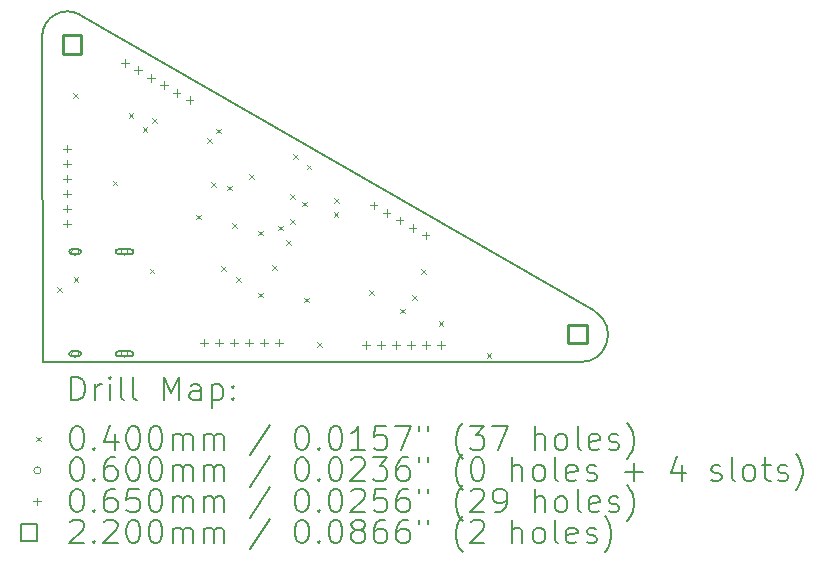
<source format=gbr>
%FSLAX45Y45*%
G04 Gerber Fmt 4.5, Leading zero omitted, Abs format (unit mm)*
G04 Created by KiCad (PCBNEW (6.0.2-0)) date 2023-03-22 17:56:47*
%MOMM*%
%LPD*%
G01*
G04 APERTURE LIST*
%TA.AperFunction,Profile*%
%ADD10C,0.200000*%
%TD*%
%ADD11C,0.200000*%
%ADD12C,0.040000*%
%ADD13C,0.060000*%
%ADD14C,0.065000*%
%ADD15C,0.220000*%
G04 APERTURE END LIST*
D10*
X4191000Y-7637000D02*
G75*
G03*
X3867000Y-7811000I-109872J-184067D01*
G01*
X3873050Y-10578000D02*
X3867000Y-7811000D01*
X8413000Y-10576000D02*
G75*
G03*
X8545000Y-10146000I12850J231316D01*
G01*
X3873050Y-10578000D02*
X8413000Y-10576000D01*
X4191000Y-7637000D02*
X8545000Y-10146000D01*
D11*
D12*
X3995000Y-9944000D02*
X4035000Y-9984000D01*
X4035000Y-9944000D02*
X3995000Y-9984000D01*
X4130000Y-8297000D02*
X4170000Y-8337000D01*
X4170000Y-8297000D02*
X4130000Y-8337000D01*
X4134000Y-9857000D02*
X4174000Y-9897000D01*
X4174000Y-9857000D02*
X4134000Y-9897000D01*
X4464000Y-9040000D02*
X4504000Y-9080000D01*
X4504000Y-9040000D02*
X4464000Y-9080000D01*
X4599000Y-8466000D02*
X4639000Y-8506000D01*
X4639000Y-8466000D02*
X4599000Y-8506000D01*
X4718000Y-8587000D02*
X4758000Y-8627000D01*
X4758000Y-8587000D02*
X4718000Y-8627000D01*
X4777000Y-9784000D02*
X4817000Y-9824000D01*
X4817000Y-9784000D02*
X4777000Y-9824000D01*
X4801000Y-8510000D02*
X4841000Y-8550000D01*
X4841000Y-8510000D02*
X4801000Y-8550000D01*
X5170000Y-9327000D02*
X5210000Y-9367000D01*
X5210000Y-9327000D02*
X5170000Y-9367000D01*
X5265000Y-8678000D02*
X5305000Y-8718000D01*
X5305000Y-8678000D02*
X5265000Y-8718000D01*
X5299000Y-9051000D02*
X5339000Y-9091000D01*
X5339000Y-9051000D02*
X5299000Y-9091000D01*
X5339000Y-8599000D02*
X5379000Y-8639000D01*
X5379000Y-8599000D02*
X5339000Y-8639000D01*
X5381000Y-9766000D02*
X5421000Y-9806000D01*
X5421000Y-9766000D02*
X5381000Y-9806000D01*
X5432000Y-9081000D02*
X5472000Y-9121000D01*
X5472000Y-9081000D02*
X5432000Y-9121000D01*
X5474000Y-9399000D02*
X5514000Y-9439000D01*
X5514000Y-9399000D02*
X5474000Y-9439000D01*
X5510000Y-9856000D02*
X5550000Y-9896000D01*
X5550000Y-9856000D02*
X5510000Y-9896000D01*
X5620000Y-8984000D02*
X5660000Y-9024000D01*
X5660000Y-8984000D02*
X5620000Y-9024000D01*
X5696000Y-9462000D02*
X5736000Y-9502000D01*
X5736000Y-9462000D02*
X5696000Y-9502000D01*
X5698000Y-9987000D02*
X5738000Y-10027000D01*
X5738000Y-9987000D02*
X5698000Y-10027000D01*
X5814000Y-9755000D02*
X5854000Y-9795000D01*
X5854000Y-9755000D02*
X5814000Y-9795000D01*
X5865000Y-9421000D02*
X5905000Y-9461000D01*
X5905000Y-9421000D02*
X5865000Y-9461000D01*
X5934000Y-9544000D02*
X5974000Y-9584000D01*
X5974000Y-9544000D02*
X5934000Y-9584000D01*
X5964000Y-9364000D02*
X6004000Y-9404000D01*
X6004000Y-9364000D02*
X5964000Y-9404000D01*
X5966000Y-9156000D02*
X6006000Y-9196000D01*
X6006000Y-9156000D02*
X5966000Y-9196000D01*
X5995000Y-8815000D02*
X6035000Y-8855000D01*
X6035000Y-8815000D02*
X5995000Y-8855000D01*
X6066000Y-9218000D02*
X6106000Y-9258000D01*
X6106000Y-9218000D02*
X6066000Y-9258000D01*
X6085000Y-10031000D02*
X6125000Y-10071000D01*
X6125000Y-10031000D02*
X6085000Y-10071000D01*
X6106000Y-8904000D02*
X6146000Y-8944000D01*
X6146000Y-8904000D02*
X6106000Y-8944000D01*
X6193000Y-10408000D02*
X6233000Y-10448000D01*
X6233000Y-10408000D02*
X6193000Y-10448000D01*
X6336000Y-9307000D02*
X6376000Y-9347000D01*
X6376000Y-9307000D02*
X6336000Y-9347000D01*
X6341000Y-9185000D02*
X6381000Y-9225000D01*
X6381000Y-9185000D02*
X6341000Y-9225000D01*
X6638000Y-9967000D02*
X6678000Y-10007000D01*
X6678000Y-9967000D02*
X6638000Y-10007000D01*
X6896000Y-10124000D02*
X6936000Y-10164000D01*
X6936000Y-10124000D02*
X6896000Y-10164000D01*
X6998000Y-10010000D02*
X7038000Y-10050000D01*
X7038000Y-10010000D02*
X6998000Y-10050000D01*
X7078000Y-9789000D02*
X7118000Y-9829000D01*
X7118000Y-9789000D02*
X7078000Y-9829000D01*
X7225000Y-10228000D02*
X7265000Y-10268000D01*
X7265000Y-10228000D02*
X7225000Y-10268000D01*
X7630000Y-10503000D02*
X7670000Y-10543000D01*
X7670000Y-10503000D02*
X7630000Y-10543000D01*
D13*
X4176500Y-9642000D02*
G75*
G03*
X4176500Y-9642000I-30000J0D01*
G01*
D11*
X4176500Y-9622000D02*
X4116500Y-9622000D01*
X4176500Y-9662000D02*
X4116500Y-9662000D01*
X4116500Y-9622000D02*
G75*
G03*
X4116500Y-9662000I0J-20000D01*
G01*
X4176500Y-9662000D02*
G75*
G03*
X4176500Y-9622000I0J20000D01*
G01*
D13*
X4176500Y-10506000D02*
G75*
G03*
X4176500Y-10506000I-30000J0D01*
G01*
D11*
X4176500Y-10486000D02*
X4116500Y-10486000D01*
X4176500Y-10526000D02*
X4116500Y-10526000D01*
X4116500Y-10486000D02*
G75*
G03*
X4116500Y-10526000I0J-20000D01*
G01*
X4176500Y-10526000D02*
G75*
G03*
X4176500Y-10486000I0J20000D01*
G01*
D13*
X4594500Y-9642000D02*
G75*
G03*
X4594500Y-9642000I-30000J0D01*
G01*
D11*
X4619500Y-9622000D02*
X4509500Y-9622000D01*
X4619500Y-9662000D02*
X4509500Y-9662000D01*
X4509500Y-9622000D02*
G75*
G03*
X4509500Y-9662000I0J-20000D01*
G01*
X4619500Y-9662000D02*
G75*
G03*
X4619500Y-9622000I0J20000D01*
G01*
D13*
X4594500Y-10506000D02*
G75*
G03*
X4594500Y-10506000I-30000J0D01*
G01*
D11*
X4619500Y-10486000D02*
X4509500Y-10486000D01*
X4619500Y-10526000D02*
X4509500Y-10526000D01*
X4509500Y-10486000D02*
G75*
G03*
X4509500Y-10526000I0J-20000D01*
G01*
X4619500Y-10526000D02*
G75*
G03*
X4619500Y-10486000I0J20000D01*
G01*
D14*
X4080000Y-8736000D02*
X4080000Y-8801000D01*
X4047500Y-8768500D02*
X4112500Y-8768500D01*
X4080000Y-8863000D02*
X4080000Y-8928000D01*
X4047500Y-8895500D02*
X4112500Y-8895500D01*
X4080000Y-8990000D02*
X4080000Y-9055000D01*
X4047500Y-9022500D02*
X4112500Y-9022500D01*
X4080000Y-9117000D02*
X4080000Y-9182000D01*
X4047500Y-9149500D02*
X4112500Y-9149500D01*
X4080000Y-9244000D02*
X4080000Y-9309000D01*
X4047500Y-9276500D02*
X4112500Y-9276500D01*
X4080000Y-9371000D02*
X4080000Y-9436000D01*
X4047500Y-9403500D02*
X4112500Y-9403500D01*
X4566037Y-8009750D02*
X4566037Y-8074750D01*
X4533537Y-8042250D02*
X4598537Y-8042250D01*
X4676022Y-8073250D02*
X4676022Y-8138250D01*
X4643522Y-8105750D02*
X4708522Y-8105750D01*
X4786007Y-8136750D02*
X4786007Y-8201750D01*
X4753507Y-8169250D02*
X4818507Y-8169250D01*
X4895993Y-8200250D02*
X4895993Y-8265250D01*
X4863493Y-8232750D02*
X4928493Y-8232750D01*
X5005978Y-8263750D02*
X5005978Y-8328750D01*
X4973478Y-8296250D02*
X5038478Y-8296250D01*
X5115963Y-8327250D02*
X5115963Y-8392250D01*
X5083463Y-8359750D02*
X5148463Y-8359750D01*
X5235500Y-10378500D02*
X5235500Y-10443500D01*
X5203000Y-10411000D02*
X5268000Y-10411000D01*
X5362500Y-10378500D02*
X5362500Y-10443500D01*
X5330000Y-10411000D02*
X5395000Y-10411000D01*
X5489500Y-10378500D02*
X5489500Y-10443500D01*
X5457000Y-10411000D02*
X5522000Y-10411000D01*
X5616500Y-10378500D02*
X5616500Y-10443500D01*
X5584000Y-10411000D02*
X5649000Y-10411000D01*
X5743500Y-10378500D02*
X5743500Y-10443500D01*
X5711000Y-10411000D02*
X5776000Y-10411000D01*
X5870500Y-10378500D02*
X5870500Y-10443500D01*
X5838000Y-10411000D02*
X5903000Y-10411000D01*
X6608500Y-10396500D02*
X6608500Y-10461500D01*
X6576000Y-10429000D02*
X6641000Y-10429000D01*
X6673000Y-9216500D02*
X6673000Y-9281500D01*
X6640500Y-9249000D02*
X6705500Y-9249000D01*
X6735500Y-10396500D02*
X6735500Y-10461500D01*
X6703000Y-10429000D02*
X6768000Y-10429000D01*
X6782985Y-9280000D02*
X6782985Y-9345000D01*
X6750485Y-9312500D02*
X6815485Y-9312500D01*
X6862500Y-10396500D02*
X6862500Y-10461500D01*
X6830000Y-10429000D02*
X6895000Y-10429000D01*
X6892970Y-9343500D02*
X6892970Y-9408500D01*
X6860470Y-9376000D02*
X6925470Y-9376000D01*
X6989500Y-10396500D02*
X6989500Y-10461500D01*
X6957000Y-10429000D02*
X7022000Y-10429000D01*
X7002956Y-9407000D02*
X7002956Y-9472000D01*
X6970456Y-9439500D02*
X7035456Y-9439500D01*
X7112941Y-9470500D02*
X7112941Y-9535500D01*
X7080441Y-9503000D02*
X7145441Y-9503000D01*
X7116500Y-10396500D02*
X7116500Y-10461500D01*
X7084000Y-10429000D02*
X7149000Y-10429000D01*
X7243500Y-10396500D02*
X7243500Y-10461500D01*
X7211000Y-10429000D02*
X7276000Y-10429000D01*
D15*
X4197783Y-7964782D02*
X4197783Y-7809217D01*
X4042217Y-7809217D01*
X4042217Y-7964782D01*
X4197783Y-7964782D01*
X8478783Y-10416783D02*
X8478783Y-10261218D01*
X8323217Y-10261218D01*
X8323217Y-10416783D01*
X8478783Y-10416783D01*
D11*
X4114619Y-10898476D02*
X4114619Y-10698476D01*
X4162238Y-10698476D01*
X4190809Y-10708000D01*
X4209857Y-10727048D01*
X4219381Y-10746095D01*
X4228905Y-10784190D01*
X4228905Y-10812762D01*
X4219381Y-10850857D01*
X4209857Y-10869905D01*
X4190809Y-10888952D01*
X4162238Y-10898476D01*
X4114619Y-10898476D01*
X4314619Y-10898476D02*
X4314619Y-10765143D01*
X4314619Y-10803238D02*
X4324143Y-10784190D01*
X4333667Y-10774667D01*
X4352714Y-10765143D01*
X4371762Y-10765143D01*
X4438429Y-10898476D02*
X4438429Y-10765143D01*
X4438429Y-10698476D02*
X4428905Y-10708000D01*
X4438429Y-10717524D01*
X4447952Y-10708000D01*
X4438429Y-10698476D01*
X4438429Y-10717524D01*
X4562238Y-10898476D02*
X4543190Y-10888952D01*
X4533667Y-10869905D01*
X4533667Y-10698476D01*
X4667000Y-10898476D02*
X4647952Y-10888952D01*
X4638429Y-10869905D01*
X4638429Y-10698476D01*
X4895571Y-10898476D02*
X4895571Y-10698476D01*
X4962238Y-10841333D01*
X5028905Y-10698476D01*
X5028905Y-10898476D01*
X5209857Y-10898476D02*
X5209857Y-10793714D01*
X5200333Y-10774667D01*
X5181286Y-10765143D01*
X5143190Y-10765143D01*
X5124143Y-10774667D01*
X5209857Y-10888952D02*
X5190810Y-10898476D01*
X5143190Y-10898476D01*
X5124143Y-10888952D01*
X5114619Y-10869905D01*
X5114619Y-10850857D01*
X5124143Y-10831810D01*
X5143190Y-10822286D01*
X5190810Y-10822286D01*
X5209857Y-10812762D01*
X5305095Y-10765143D02*
X5305095Y-10965143D01*
X5305095Y-10774667D02*
X5324143Y-10765143D01*
X5362238Y-10765143D01*
X5381286Y-10774667D01*
X5390810Y-10784190D01*
X5400333Y-10803238D01*
X5400333Y-10860381D01*
X5390810Y-10879429D01*
X5381286Y-10888952D01*
X5362238Y-10898476D01*
X5324143Y-10898476D01*
X5305095Y-10888952D01*
X5486048Y-10879429D02*
X5495571Y-10888952D01*
X5486048Y-10898476D01*
X5476524Y-10888952D01*
X5486048Y-10879429D01*
X5486048Y-10898476D01*
X5486048Y-10774667D02*
X5495571Y-10784190D01*
X5486048Y-10793714D01*
X5476524Y-10784190D01*
X5486048Y-10774667D01*
X5486048Y-10793714D01*
D12*
X3817000Y-11208000D02*
X3857000Y-11248000D01*
X3857000Y-11208000D02*
X3817000Y-11248000D01*
D11*
X4152714Y-11118476D02*
X4171762Y-11118476D01*
X4190809Y-11128000D01*
X4200333Y-11137524D01*
X4209857Y-11156571D01*
X4219381Y-11194667D01*
X4219381Y-11242286D01*
X4209857Y-11280381D01*
X4200333Y-11299428D01*
X4190809Y-11308952D01*
X4171762Y-11318476D01*
X4152714Y-11318476D01*
X4133667Y-11308952D01*
X4124143Y-11299428D01*
X4114619Y-11280381D01*
X4105095Y-11242286D01*
X4105095Y-11194667D01*
X4114619Y-11156571D01*
X4124143Y-11137524D01*
X4133667Y-11128000D01*
X4152714Y-11118476D01*
X4305095Y-11299428D02*
X4314619Y-11308952D01*
X4305095Y-11318476D01*
X4295571Y-11308952D01*
X4305095Y-11299428D01*
X4305095Y-11318476D01*
X4486048Y-11185143D02*
X4486048Y-11318476D01*
X4438429Y-11108952D02*
X4390810Y-11251809D01*
X4514619Y-11251809D01*
X4628905Y-11118476D02*
X4647952Y-11118476D01*
X4667000Y-11128000D01*
X4676524Y-11137524D01*
X4686048Y-11156571D01*
X4695571Y-11194667D01*
X4695571Y-11242286D01*
X4686048Y-11280381D01*
X4676524Y-11299428D01*
X4667000Y-11308952D01*
X4647952Y-11318476D01*
X4628905Y-11318476D01*
X4609857Y-11308952D01*
X4600333Y-11299428D01*
X4590810Y-11280381D01*
X4581286Y-11242286D01*
X4581286Y-11194667D01*
X4590810Y-11156571D01*
X4600333Y-11137524D01*
X4609857Y-11128000D01*
X4628905Y-11118476D01*
X4819381Y-11118476D02*
X4838429Y-11118476D01*
X4857476Y-11128000D01*
X4867000Y-11137524D01*
X4876524Y-11156571D01*
X4886048Y-11194667D01*
X4886048Y-11242286D01*
X4876524Y-11280381D01*
X4867000Y-11299428D01*
X4857476Y-11308952D01*
X4838429Y-11318476D01*
X4819381Y-11318476D01*
X4800333Y-11308952D01*
X4790810Y-11299428D01*
X4781286Y-11280381D01*
X4771762Y-11242286D01*
X4771762Y-11194667D01*
X4781286Y-11156571D01*
X4790810Y-11137524D01*
X4800333Y-11128000D01*
X4819381Y-11118476D01*
X4971762Y-11318476D02*
X4971762Y-11185143D01*
X4971762Y-11204190D02*
X4981286Y-11194667D01*
X5000333Y-11185143D01*
X5028905Y-11185143D01*
X5047952Y-11194667D01*
X5057476Y-11213714D01*
X5057476Y-11318476D01*
X5057476Y-11213714D02*
X5067000Y-11194667D01*
X5086048Y-11185143D01*
X5114619Y-11185143D01*
X5133667Y-11194667D01*
X5143190Y-11213714D01*
X5143190Y-11318476D01*
X5238429Y-11318476D02*
X5238429Y-11185143D01*
X5238429Y-11204190D02*
X5247952Y-11194667D01*
X5267000Y-11185143D01*
X5295571Y-11185143D01*
X5314619Y-11194667D01*
X5324143Y-11213714D01*
X5324143Y-11318476D01*
X5324143Y-11213714D02*
X5333667Y-11194667D01*
X5352714Y-11185143D01*
X5381286Y-11185143D01*
X5400333Y-11194667D01*
X5409857Y-11213714D01*
X5409857Y-11318476D01*
X5800333Y-11108952D02*
X5628905Y-11366095D01*
X6057476Y-11118476D02*
X6076524Y-11118476D01*
X6095571Y-11128000D01*
X6105095Y-11137524D01*
X6114619Y-11156571D01*
X6124143Y-11194667D01*
X6124143Y-11242286D01*
X6114619Y-11280381D01*
X6105095Y-11299428D01*
X6095571Y-11308952D01*
X6076524Y-11318476D01*
X6057476Y-11318476D01*
X6038428Y-11308952D01*
X6028905Y-11299428D01*
X6019381Y-11280381D01*
X6009857Y-11242286D01*
X6009857Y-11194667D01*
X6019381Y-11156571D01*
X6028905Y-11137524D01*
X6038428Y-11128000D01*
X6057476Y-11118476D01*
X6209857Y-11299428D02*
X6219381Y-11308952D01*
X6209857Y-11318476D01*
X6200333Y-11308952D01*
X6209857Y-11299428D01*
X6209857Y-11318476D01*
X6343190Y-11118476D02*
X6362238Y-11118476D01*
X6381286Y-11128000D01*
X6390809Y-11137524D01*
X6400333Y-11156571D01*
X6409857Y-11194667D01*
X6409857Y-11242286D01*
X6400333Y-11280381D01*
X6390809Y-11299428D01*
X6381286Y-11308952D01*
X6362238Y-11318476D01*
X6343190Y-11318476D01*
X6324143Y-11308952D01*
X6314619Y-11299428D01*
X6305095Y-11280381D01*
X6295571Y-11242286D01*
X6295571Y-11194667D01*
X6305095Y-11156571D01*
X6314619Y-11137524D01*
X6324143Y-11128000D01*
X6343190Y-11118476D01*
X6600333Y-11318476D02*
X6486048Y-11318476D01*
X6543190Y-11318476D02*
X6543190Y-11118476D01*
X6524143Y-11147048D01*
X6505095Y-11166095D01*
X6486048Y-11175619D01*
X6781286Y-11118476D02*
X6686048Y-11118476D01*
X6676524Y-11213714D01*
X6686048Y-11204190D01*
X6705095Y-11194667D01*
X6752714Y-11194667D01*
X6771762Y-11204190D01*
X6781286Y-11213714D01*
X6790809Y-11232762D01*
X6790809Y-11280381D01*
X6781286Y-11299428D01*
X6771762Y-11308952D01*
X6752714Y-11318476D01*
X6705095Y-11318476D01*
X6686048Y-11308952D01*
X6676524Y-11299428D01*
X6857476Y-11118476D02*
X6990809Y-11118476D01*
X6905095Y-11318476D01*
X7057476Y-11118476D02*
X7057476Y-11156571D01*
X7133667Y-11118476D02*
X7133667Y-11156571D01*
X7428905Y-11394667D02*
X7419381Y-11385143D01*
X7400333Y-11356571D01*
X7390809Y-11337524D01*
X7381286Y-11308952D01*
X7371762Y-11261333D01*
X7371762Y-11223238D01*
X7381286Y-11175619D01*
X7390809Y-11147048D01*
X7400333Y-11128000D01*
X7419381Y-11099429D01*
X7428905Y-11089905D01*
X7486048Y-11118476D02*
X7609857Y-11118476D01*
X7543190Y-11194667D01*
X7571762Y-11194667D01*
X7590809Y-11204190D01*
X7600333Y-11213714D01*
X7609857Y-11232762D01*
X7609857Y-11280381D01*
X7600333Y-11299428D01*
X7590809Y-11308952D01*
X7571762Y-11318476D01*
X7514619Y-11318476D01*
X7495571Y-11308952D01*
X7486048Y-11299428D01*
X7676524Y-11118476D02*
X7809857Y-11118476D01*
X7724143Y-11318476D01*
X8038428Y-11318476D02*
X8038428Y-11118476D01*
X8124143Y-11318476D02*
X8124143Y-11213714D01*
X8114619Y-11194667D01*
X8095571Y-11185143D01*
X8067000Y-11185143D01*
X8047952Y-11194667D01*
X8038428Y-11204190D01*
X8247952Y-11318476D02*
X8228905Y-11308952D01*
X8219381Y-11299428D01*
X8209857Y-11280381D01*
X8209857Y-11223238D01*
X8219381Y-11204190D01*
X8228905Y-11194667D01*
X8247952Y-11185143D01*
X8276524Y-11185143D01*
X8295571Y-11194667D01*
X8305095Y-11204190D01*
X8314619Y-11223238D01*
X8314619Y-11280381D01*
X8305095Y-11299428D01*
X8295571Y-11308952D01*
X8276524Y-11318476D01*
X8247952Y-11318476D01*
X8428905Y-11318476D02*
X8409857Y-11308952D01*
X8400333Y-11289905D01*
X8400333Y-11118476D01*
X8581286Y-11308952D02*
X8562238Y-11318476D01*
X8524143Y-11318476D01*
X8505095Y-11308952D01*
X8495571Y-11289905D01*
X8495571Y-11213714D01*
X8505095Y-11194667D01*
X8524143Y-11185143D01*
X8562238Y-11185143D01*
X8581286Y-11194667D01*
X8590810Y-11213714D01*
X8590810Y-11232762D01*
X8495571Y-11251809D01*
X8667000Y-11308952D02*
X8686048Y-11318476D01*
X8724143Y-11318476D01*
X8743190Y-11308952D01*
X8752714Y-11289905D01*
X8752714Y-11280381D01*
X8743190Y-11261333D01*
X8724143Y-11251809D01*
X8695571Y-11251809D01*
X8676524Y-11242286D01*
X8667000Y-11223238D01*
X8667000Y-11213714D01*
X8676524Y-11194667D01*
X8695571Y-11185143D01*
X8724143Y-11185143D01*
X8743190Y-11194667D01*
X8819381Y-11394667D02*
X8828905Y-11385143D01*
X8847952Y-11356571D01*
X8857476Y-11337524D01*
X8867000Y-11308952D01*
X8876524Y-11261333D01*
X8876524Y-11223238D01*
X8867000Y-11175619D01*
X8857476Y-11147048D01*
X8847952Y-11128000D01*
X8828905Y-11099429D01*
X8819381Y-11089905D01*
D13*
X3857000Y-11492000D02*
G75*
G03*
X3857000Y-11492000I-30000J0D01*
G01*
D11*
X4152714Y-11382476D02*
X4171762Y-11382476D01*
X4190809Y-11392000D01*
X4200333Y-11401524D01*
X4209857Y-11420571D01*
X4219381Y-11458667D01*
X4219381Y-11506286D01*
X4209857Y-11544381D01*
X4200333Y-11563428D01*
X4190809Y-11572952D01*
X4171762Y-11582476D01*
X4152714Y-11582476D01*
X4133667Y-11572952D01*
X4124143Y-11563428D01*
X4114619Y-11544381D01*
X4105095Y-11506286D01*
X4105095Y-11458667D01*
X4114619Y-11420571D01*
X4124143Y-11401524D01*
X4133667Y-11392000D01*
X4152714Y-11382476D01*
X4305095Y-11563428D02*
X4314619Y-11572952D01*
X4305095Y-11582476D01*
X4295571Y-11572952D01*
X4305095Y-11563428D01*
X4305095Y-11582476D01*
X4486048Y-11382476D02*
X4447952Y-11382476D01*
X4428905Y-11392000D01*
X4419381Y-11401524D01*
X4400333Y-11430095D01*
X4390810Y-11468190D01*
X4390810Y-11544381D01*
X4400333Y-11563428D01*
X4409857Y-11572952D01*
X4428905Y-11582476D01*
X4467000Y-11582476D01*
X4486048Y-11572952D01*
X4495571Y-11563428D01*
X4505095Y-11544381D01*
X4505095Y-11496762D01*
X4495571Y-11477714D01*
X4486048Y-11468190D01*
X4467000Y-11458667D01*
X4428905Y-11458667D01*
X4409857Y-11468190D01*
X4400333Y-11477714D01*
X4390810Y-11496762D01*
X4628905Y-11382476D02*
X4647952Y-11382476D01*
X4667000Y-11392000D01*
X4676524Y-11401524D01*
X4686048Y-11420571D01*
X4695571Y-11458667D01*
X4695571Y-11506286D01*
X4686048Y-11544381D01*
X4676524Y-11563428D01*
X4667000Y-11572952D01*
X4647952Y-11582476D01*
X4628905Y-11582476D01*
X4609857Y-11572952D01*
X4600333Y-11563428D01*
X4590810Y-11544381D01*
X4581286Y-11506286D01*
X4581286Y-11458667D01*
X4590810Y-11420571D01*
X4600333Y-11401524D01*
X4609857Y-11392000D01*
X4628905Y-11382476D01*
X4819381Y-11382476D02*
X4838429Y-11382476D01*
X4857476Y-11392000D01*
X4867000Y-11401524D01*
X4876524Y-11420571D01*
X4886048Y-11458667D01*
X4886048Y-11506286D01*
X4876524Y-11544381D01*
X4867000Y-11563428D01*
X4857476Y-11572952D01*
X4838429Y-11582476D01*
X4819381Y-11582476D01*
X4800333Y-11572952D01*
X4790810Y-11563428D01*
X4781286Y-11544381D01*
X4771762Y-11506286D01*
X4771762Y-11458667D01*
X4781286Y-11420571D01*
X4790810Y-11401524D01*
X4800333Y-11392000D01*
X4819381Y-11382476D01*
X4971762Y-11582476D02*
X4971762Y-11449143D01*
X4971762Y-11468190D02*
X4981286Y-11458667D01*
X5000333Y-11449143D01*
X5028905Y-11449143D01*
X5047952Y-11458667D01*
X5057476Y-11477714D01*
X5057476Y-11582476D01*
X5057476Y-11477714D02*
X5067000Y-11458667D01*
X5086048Y-11449143D01*
X5114619Y-11449143D01*
X5133667Y-11458667D01*
X5143190Y-11477714D01*
X5143190Y-11582476D01*
X5238429Y-11582476D02*
X5238429Y-11449143D01*
X5238429Y-11468190D02*
X5247952Y-11458667D01*
X5267000Y-11449143D01*
X5295571Y-11449143D01*
X5314619Y-11458667D01*
X5324143Y-11477714D01*
X5324143Y-11582476D01*
X5324143Y-11477714D02*
X5333667Y-11458667D01*
X5352714Y-11449143D01*
X5381286Y-11449143D01*
X5400333Y-11458667D01*
X5409857Y-11477714D01*
X5409857Y-11582476D01*
X5800333Y-11372952D02*
X5628905Y-11630095D01*
X6057476Y-11382476D02*
X6076524Y-11382476D01*
X6095571Y-11392000D01*
X6105095Y-11401524D01*
X6114619Y-11420571D01*
X6124143Y-11458667D01*
X6124143Y-11506286D01*
X6114619Y-11544381D01*
X6105095Y-11563428D01*
X6095571Y-11572952D01*
X6076524Y-11582476D01*
X6057476Y-11582476D01*
X6038428Y-11572952D01*
X6028905Y-11563428D01*
X6019381Y-11544381D01*
X6009857Y-11506286D01*
X6009857Y-11458667D01*
X6019381Y-11420571D01*
X6028905Y-11401524D01*
X6038428Y-11392000D01*
X6057476Y-11382476D01*
X6209857Y-11563428D02*
X6219381Y-11572952D01*
X6209857Y-11582476D01*
X6200333Y-11572952D01*
X6209857Y-11563428D01*
X6209857Y-11582476D01*
X6343190Y-11382476D02*
X6362238Y-11382476D01*
X6381286Y-11392000D01*
X6390809Y-11401524D01*
X6400333Y-11420571D01*
X6409857Y-11458667D01*
X6409857Y-11506286D01*
X6400333Y-11544381D01*
X6390809Y-11563428D01*
X6381286Y-11572952D01*
X6362238Y-11582476D01*
X6343190Y-11582476D01*
X6324143Y-11572952D01*
X6314619Y-11563428D01*
X6305095Y-11544381D01*
X6295571Y-11506286D01*
X6295571Y-11458667D01*
X6305095Y-11420571D01*
X6314619Y-11401524D01*
X6324143Y-11392000D01*
X6343190Y-11382476D01*
X6486048Y-11401524D02*
X6495571Y-11392000D01*
X6514619Y-11382476D01*
X6562238Y-11382476D01*
X6581286Y-11392000D01*
X6590809Y-11401524D01*
X6600333Y-11420571D01*
X6600333Y-11439619D01*
X6590809Y-11468190D01*
X6476524Y-11582476D01*
X6600333Y-11582476D01*
X6667000Y-11382476D02*
X6790809Y-11382476D01*
X6724143Y-11458667D01*
X6752714Y-11458667D01*
X6771762Y-11468190D01*
X6781286Y-11477714D01*
X6790809Y-11496762D01*
X6790809Y-11544381D01*
X6781286Y-11563428D01*
X6771762Y-11572952D01*
X6752714Y-11582476D01*
X6695571Y-11582476D01*
X6676524Y-11572952D01*
X6667000Y-11563428D01*
X6962238Y-11382476D02*
X6924143Y-11382476D01*
X6905095Y-11392000D01*
X6895571Y-11401524D01*
X6876524Y-11430095D01*
X6867000Y-11468190D01*
X6867000Y-11544381D01*
X6876524Y-11563428D01*
X6886048Y-11572952D01*
X6905095Y-11582476D01*
X6943190Y-11582476D01*
X6962238Y-11572952D01*
X6971762Y-11563428D01*
X6981286Y-11544381D01*
X6981286Y-11496762D01*
X6971762Y-11477714D01*
X6962238Y-11468190D01*
X6943190Y-11458667D01*
X6905095Y-11458667D01*
X6886048Y-11468190D01*
X6876524Y-11477714D01*
X6867000Y-11496762D01*
X7057476Y-11382476D02*
X7057476Y-11420571D01*
X7133667Y-11382476D02*
X7133667Y-11420571D01*
X7428905Y-11658667D02*
X7419381Y-11649143D01*
X7400333Y-11620571D01*
X7390809Y-11601524D01*
X7381286Y-11572952D01*
X7371762Y-11525333D01*
X7371762Y-11487238D01*
X7381286Y-11439619D01*
X7390809Y-11411048D01*
X7400333Y-11392000D01*
X7419381Y-11363428D01*
X7428905Y-11353905D01*
X7543190Y-11382476D02*
X7562238Y-11382476D01*
X7581286Y-11392000D01*
X7590809Y-11401524D01*
X7600333Y-11420571D01*
X7609857Y-11458667D01*
X7609857Y-11506286D01*
X7600333Y-11544381D01*
X7590809Y-11563428D01*
X7581286Y-11572952D01*
X7562238Y-11582476D01*
X7543190Y-11582476D01*
X7524143Y-11572952D01*
X7514619Y-11563428D01*
X7505095Y-11544381D01*
X7495571Y-11506286D01*
X7495571Y-11458667D01*
X7505095Y-11420571D01*
X7514619Y-11401524D01*
X7524143Y-11392000D01*
X7543190Y-11382476D01*
X7847952Y-11582476D02*
X7847952Y-11382476D01*
X7933667Y-11582476D02*
X7933667Y-11477714D01*
X7924143Y-11458667D01*
X7905095Y-11449143D01*
X7876524Y-11449143D01*
X7857476Y-11458667D01*
X7847952Y-11468190D01*
X8057476Y-11582476D02*
X8038428Y-11572952D01*
X8028905Y-11563428D01*
X8019381Y-11544381D01*
X8019381Y-11487238D01*
X8028905Y-11468190D01*
X8038428Y-11458667D01*
X8057476Y-11449143D01*
X8086048Y-11449143D01*
X8105095Y-11458667D01*
X8114619Y-11468190D01*
X8124143Y-11487238D01*
X8124143Y-11544381D01*
X8114619Y-11563428D01*
X8105095Y-11572952D01*
X8086048Y-11582476D01*
X8057476Y-11582476D01*
X8238428Y-11582476D02*
X8219381Y-11572952D01*
X8209857Y-11553905D01*
X8209857Y-11382476D01*
X8390810Y-11572952D02*
X8371762Y-11582476D01*
X8333667Y-11582476D01*
X8314619Y-11572952D01*
X8305095Y-11553905D01*
X8305095Y-11477714D01*
X8314619Y-11458667D01*
X8333667Y-11449143D01*
X8371762Y-11449143D01*
X8390810Y-11458667D01*
X8400333Y-11477714D01*
X8400333Y-11496762D01*
X8305095Y-11515809D01*
X8476524Y-11572952D02*
X8495571Y-11582476D01*
X8533667Y-11582476D01*
X8552714Y-11572952D01*
X8562238Y-11553905D01*
X8562238Y-11544381D01*
X8552714Y-11525333D01*
X8533667Y-11515809D01*
X8505095Y-11515809D01*
X8486048Y-11506286D01*
X8476524Y-11487238D01*
X8476524Y-11477714D01*
X8486048Y-11458667D01*
X8505095Y-11449143D01*
X8533667Y-11449143D01*
X8552714Y-11458667D01*
X8800333Y-11506286D02*
X8952714Y-11506286D01*
X8876524Y-11582476D02*
X8876524Y-11430095D01*
X9286048Y-11449143D02*
X9286048Y-11582476D01*
X9238429Y-11372952D02*
X9190810Y-11515809D01*
X9314619Y-11515809D01*
X9533667Y-11572952D02*
X9552714Y-11582476D01*
X9590810Y-11582476D01*
X9609857Y-11572952D01*
X9619381Y-11553905D01*
X9619381Y-11544381D01*
X9609857Y-11525333D01*
X9590810Y-11515809D01*
X9562238Y-11515809D01*
X9543190Y-11506286D01*
X9533667Y-11487238D01*
X9533667Y-11477714D01*
X9543190Y-11458667D01*
X9562238Y-11449143D01*
X9590810Y-11449143D01*
X9609857Y-11458667D01*
X9733667Y-11582476D02*
X9714619Y-11572952D01*
X9705095Y-11553905D01*
X9705095Y-11382476D01*
X9838429Y-11582476D02*
X9819381Y-11572952D01*
X9809857Y-11563428D01*
X9800333Y-11544381D01*
X9800333Y-11487238D01*
X9809857Y-11468190D01*
X9819381Y-11458667D01*
X9838429Y-11449143D01*
X9867000Y-11449143D01*
X9886048Y-11458667D01*
X9895571Y-11468190D01*
X9905095Y-11487238D01*
X9905095Y-11544381D01*
X9895571Y-11563428D01*
X9886048Y-11572952D01*
X9867000Y-11582476D01*
X9838429Y-11582476D01*
X9962238Y-11449143D02*
X10038429Y-11449143D01*
X9990810Y-11382476D02*
X9990810Y-11553905D01*
X10000333Y-11572952D01*
X10019381Y-11582476D01*
X10038429Y-11582476D01*
X10095571Y-11572952D02*
X10114619Y-11582476D01*
X10152714Y-11582476D01*
X10171762Y-11572952D01*
X10181286Y-11553905D01*
X10181286Y-11544381D01*
X10171762Y-11525333D01*
X10152714Y-11515809D01*
X10124143Y-11515809D01*
X10105095Y-11506286D01*
X10095571Y-11487238D01*
X10095571Y-11477714D01*
X10105095Y-11458667D01*
X10124143Y-11449143D01*
X10152714Y-11449143D01*
X10171762Y-11458667D01*
X10247952Y-11658667D02*
X10257476Y-11649143D01*
X10276524Y-11620571D01*
X10286048Y-11601524D01*
X10295571Y-11572952D01*
X10305095Y-11525333D01*
X10305095Y-11487238D01*
X10295571Y-11439619D01*
X10286048Y-11411048D01*
X10276524Y-11392000D01*
X10257476Y-11363428D01*
X10247952Y-11353905D01*
D14*
X3824500Y-11723500D02*
X3824500Y-11788500D01*
X3792000Y-11756000D02*
X3857000Y-11756000D01*
D11*
X4152714Y-11646476D02*
X4171762Y-11646476D01*
X4190809Y-11656000D01*
X4200333Y-11665524D01*
X4209857Y-11684571D01*
X4219381Y-11722667D01*
X4219381Y-11770286D01*
X4209857Y-11808381D01*
X4200333Y-11827428D01*
X4190809Y-11836952D01*
X4171762Y-11846476D01*
X4152714Y-11846476D01*
X4133667Y-11836952D01*
X4124143Y-11827428D01*
X4114619Y-11808381D01*
X4105095Y-11770286D01*
X4105095Y-11722667D01*
X4114619Y-11684571D01*
X4124143Y-11665524D01*
X4133667Y-11656000D01*
X4152714Y-11646476D01*
X4305095Y-11827428D02*
X4314619Y-11836952D01*
X4305095Y-11846476D01*
X4295571Y-11836952D01*
X4305095Y-11827428D01*
X4305095Y-11846476D01*
X4486048Y-11646476D02*
X4447952Y-11646476D01*
X4428905Y-11656000D01*
X4419381Y-11665524D01*
X4400333Y-11694095D01*
X4390810Y-11732190D01*
X4390810Y-11808381D01*
X4400333Y-11827428D01*
X4409857Y-11836952D01*
X4428905Y-11846476D01*
X4467000Y-11846476D01*
X4486048Y-11836952D01*
X4495571Y-11827428D01*
X4505095Y-11808381D01*
X4505095Y-11760762D01*
X4495571Y-11741714D01*
X4486048Y-11732190D01*
X4467000Y-11722667D01*
X4428905Y-11722667D01*
X4409857Y-11732190D01*
X4400333Y-11741714D01*
X4390810Y-11760762D01*
X4686048Y-11646476D02*
X4590810Y-11646476D01*
X4581286Y-11741714D01*
X4590810Y-11732190D01*
X4609857Y-11722667D01*
X4657476Y-11722667D01*
X4676524Y-11732190D01*
X4686048Y-11741714D01*
X4695571Y-11760762D01*
X4695571Y-11808381D01*
X4686048Y-11827428D01*
X4676524Y-11836952D01*
X4657476Y-11846476D01*
X4609857Y-11846476D01*
X4590810Y-11836952D01*
X4581286Y-11827428D01*
X4819381Y-11646476D02*
X4838429Y-11646476D01*
X4857476Y-11656000D01*
X4867000Y-11665524D01*
X4876524Y-11684571D01*
X4886048Y-11722667D01*
X4886048Y-11770286D01*
X4876524Y-11808381D01*
X4867000Y-11827428D01*
X4857476Y-11836952D01*
X4838429Y-11846476D01*
X4819381Y-11846476D01*
X4800333Y-11836952D01*
X4790810Y-11827428D01*
X4781286Y-11808381D01*
X4771762Y-11770286D01*
X4771762Y-11722667D01*
X4781286Y-11684571D01*
X4790810Y-11665524D01*
X4800333Y-11656000D01*
X4819381Y-11646476D01*
X4971762Y-11846476D02*
X4971762Y-11713143D01*
X4971762Y-11732190D02*
X4981286Y-11722667D01*
X5000333Y-11713143D01*
X5028905Y-11713143D01*
X5047952Y-11722667D01*
X5057476Y-11741714D01*
X5057476Y-11846476D01*
X5057476Y-11741714D02*
X5067000Y-11722667D01*
X5086048Y-11713143D01*
X5114619Y-11713143D01*
X5133667Y-11722667D01*
X5143190Y-11741714D01*
X5143190Y-11846476D01*
X5238429Y-11846476D02*
X5238429Y-11713143D01*
X5238429Y-11732190D02*
X5247952Y-11722667D01*
X5267000Y-11713143D01*
X5295571Y-11713143D01*
X5314619Y-11722667D01*
X5324143Y-11741714D01*
X5324143Y-11846476D01*
X5324143Y-11741714D02*
X5333667Y-11722667D01*
X5352714Y-11713143D01*
X5381286Y-11713143D01*
X5400333Y-11722667D01*
X5409857Y-11741714D01*
X5409857Y-11846476D01*
X5800333Y-11636952D02*
X5628905Y-11894095D01*
X6057476Y-11646476D02*
X6076524Y-11646476D01*
X6095571Y-11656000D01*
X6105095Y-11665524D01*
X6114619Y-11684571D01*
X6124143Y-11722667D01*
X6124143Y-11770286D01*
X6114619Y-11808381D01*
X6105095Y-11827428D01*
X6095571Y-11836952D01*
X6076524Y-11846476D01*
X6057476Y-11846476D01*
X6038428Y-11836952D01*
X6028905Y-11827428D01*
X6019381Y-11808381D01*
X6009857Y-11770286D01*
X6009857Y-11722667D01*
X6019381Y-11684571D01*
X6028905Y-11665524D01*
X6038428Y-11656000D01*
X6057476Y-11646476D01*
X6209857Y-11827428D02*
X6219381Y-11836952D01*
X6209857Y-11846476D01*
X6200333Y-11836952D01*
X6209857Y-11827428D01*
X6209857Y-11846476D01*
X6343190Y-11646476D02*
X6362238Y-11646476D01*
X6381286Y-11656000D01*
X6390809Y-11665524D01*
X6400333Y-11684571D01*
X6409857Y-11722667D01*
X6409857Y-11770286D01*
X6400333Y-11808381D01*
X6390809Y-11827428D01*
X6381286Y-11836952D01*
X6362238Y-11846476D01*
X6343190Y-11846476D01*
X6324143Y-11836952D01*
X6314619Y-11827428D01*
X6305095Y-11808381D01*
X6295571Y-11770286D01*
X6295571Y-11722667D01*
X6305095Y-11684571D01*
X6314619Y-11665524D01*
X6324143Y-11656000D01*
X6343190Y-11646476D01*
X6486048Y-11665524D02*
X6495571Y-11656000D01*
X6514619Y-11646476D01*
X6562238Y-11646476D01*
X6581286Y-11656000D01*
X6590809Y-11665524D01*
X6600333Y-11684571D01*
X6600333Y-11703619D01*
X6590809Y-11732190D01*
X6476524Y-11846476D01*
X6600333Y-11846476D01*
X6781286Y-11646476D02*
X6686048Y-11646476D01*
X6676524Y-11741714D01*
X6686048Y-11732190D01*
X6705095Y-11722667D01*
X6752714Y-11722667D01*
X6771762Y-11732190D01*
X6781286Y-11741714D01*
X6790809Y-11760762D01*
X6790809Y-11808381D01*
X6781286Y-11827428D01*
X6771762Y-11836952D01*
X6752714Y-11846476D01*
X6705095Y-11846476D01*
X6686048Y-11836952D01*
X6676524Y-11827428D01*
X6962238Y-11646476D02*
X6924143Y-11646476D01*
X6905095Y-11656000D01*
X6895571Y-11665524D01*
X6876524Y-11694095D01*
X6867000Y-11732190D01*
X6867000Y-11808381D01*
X6876524Y-11827428D01*
X6886048Y-11836952D01*
X6905095Y-11846476D01*
X6943190Y-11846476D01*
X6962238Y-11836952D01*
X6971762Y-11827428D01*
X6981286Y-11808381D01*
X6981286Y-11760762D01*
X6971762Y-11741714D01*
X6962238Y-11732190D01*
X6943190Y-11722667D01*
X6905095Y-11722667D01*
X6886048Y-11732190D01*
X6876524Y-11741714D01*
X6867000Y-11760762D01*
X7057476Y-11646476D02*
X7057476Y-11684571D01*
X7133667Y-11646476D02*
X7133667Y-11684571D01*
X7428905Y-11922667D02*
X7419381Y-11913143D01*
X7400333Y-11884571D01*
X7390809Y-11865524D01*
X7381286Y-11836952D01*
X7371762Y-11789333D01*
X7371762Y-11751238D01*
X7381286Y-11703619D01*
X7390809Y-11675048D01*
X7400333Y-11656000D01*
X7419381Y-11627428D01*
X7428905Y-11617905D01*
X7495571Y-11665524D02*
X7505095Y-11656000D01*
X7524143Y-11646476D01*
X7571762Y-11646476D01*
X7590809Y-11656000D01*
X7600333Y-11665524D01*
X7609857Y-11684571D01*
X7609857Y-11703619D01*
X7600333Y-11732190D01*
X7486048Y-11846476D01*
X7609857Y-11846476D01*
X7705095Y-11846476D02*
X7743190Y-11846476D01*
X7762238Y-11836952D01*
X7771762Y-11827428D01*
X7790809Y-11798857D01*
X7800333Y-11760762D01*
X7800333Y-11684571D01*
X7790809Y-11665524D01*
X7781286Y-11656000D01*
X7762238Y-11646476D01*
X7724143Y-11646476D01*
X7705095Y-11656000D01*
X7695571Y-11665524D01*
X7686048Y-11684571D01*
X7686048Y-11732190D01*
X7695571Y-11751238D01*
X7705095Y-11760762D01*
X7724143Y-11770286D01*
X7762238Y-11770286D01*
X7781286Y-11760762D01*
X7790809Y-11751238D01*
X7800333Y-11732190D01*
X8038428Y-11846476D02*
X8038428Y-11646476D01*
X8124143Y-11846476D02*
X8124143Y-11741714D01*
X8114619Y-11722667D01*
X8095571Y-11713143D01*
X8067000Y-11713143D01*
X8047952Y-11722667D01*
X8038428Y-11732190D01*
X8247952Y-11846476D02*
X8228905Y-11836952D01*
X8219381Y-11827428D01*
X8209857Y-11808381D01*
X8209857Y-11751238D01*
X8219381Y-11732190D01*
X8228905Y-11722667D01*
X8247952Y-11713143D01*
X8276524Y-11713143D01*
X8295571Y-11722667D01*
X8305095Y-11732190D01*
X8314619Y-11751238D01*
X8314619Y-11808381D01*
X8305095Y-11827428D01*
X8295571Y-11836952D01*
X8276524Y-11846476D01*
X8247952Y-11846476D01*
X8428905Y-11846476D02*
X8409857Y-11836952D01*
X8400333Y-11817905D01*
X8400333Y-11646476D01*
X8581286Y-11836952D02*
X8562238Y-11846476D01*
X8524143Y-11846476D01*
X8505095Y-11836952D01*
X8495571Y-11817905D01*
X8495571Y-11741714D01*
X8505095Y-11722667D01*
X8524143Y-11713143D01*
X8562238Y-11713143D01*
X8581286Y-11722667D01*
X8590810Y-11741714D01*
X8590810Y-11760762D01*
X8495571Y-11779809D01*
X8667000Y-11836952D02*
X8686048Y-11846476D01*
X8724143Y-11846476D01*
X8743190Y-11836952D01*
X8752714Y-11817905D01*
X8752714Y-11808381D01*
X8743190Y-11789333D01*
X8724143Y-11779809D01*
X8695571Y-11779809D01*
X8676524Y-11770286D01*
X8667000Y-11751238D01*
X8667000Y-11741714D01*
X8676524Y-11722667D01*
X8695571Y-11713143D01*
X8724143Y-11713143D01*
X8743190Y-11722667D01*
X8819381Y-11922667D02*
X8828905Y-11913143D01*
X8847952Y-11884571D01*
X8857476Y-11865524D01*
X8867000Y-11836952D01*
X8876524Y-11789333D01*
X8876524Y-11751238D01*
X8867000Y-11703619D01*
X8857476Y-11675048D01*
X8847952Y-11656000D01*
X8828905Y-11627428D01*
X8819381Y-11617905D01*
X3827711Y-12090711D02*
X3827711Y-11949289D01*
X3686289Y-11949289D01*
X3686289Y-12090711D01*
X3827711Y-12090711D01*
X4105095Y-11929524D02*
X4114619Y-11920000D01*
X4133667Y-11910476D01*
X4181286Y-11910476D01*
X4200333Y-11920000D01*
X4209857Y-11929524D01*
X4219381Y-11948571D01*
X4219381Y-11967619D01*
X4209857Y-11996190D01*
X4095571Y-12110476D01*
X4219381Y-12110476D01*
X4305095Y-12091428D02*
X4314619Y-12100952D01*
X4305095Y-12110476D01*
X4295571Y-12100952D01*
X4305095Y-12091428D01*
X4305095Y-12110476D01*
X4390810Y-11929524D02*
X4400333Y-11920000D01*
X4419381Y-11910476D01*
X4467000Y-11910476D01*
X4486048Y-11920000D01*
X4495571Y-11929524D01*
X4505095Y-11948571D01*
X4505095Y-11967619D01*
X4495571Y-11996190D01*
X4381286Y-12110476D01*
X4505095Y-12110476D01*
X4628905Y-11910476D02*
X4647952Y-11910476D01*
X4667000Y-11920000D01*
X4676524Y-11929524D01*
X4686048Y-11948571D01*
X4695571Y-11986667D01*
X4695571Y-12034286D01*
X4686048Y-12072381D01*
X4676524Y-12091428D01*
X4667000Y-12100952D01*
X4647952Y-12110476D01*
X4628905Y-12110476D01*
X4609857Y-12100952D01*
X4600333Y-12091428D01*
X4590810Y-12072381D01*
X4581286Y-12034286D01*
X4581286Y-11986667D01*
X4590810Y-11948571D01*
X4600333Y-11929524D01*
X4609857Y-11920000D01*
X4628905Y-11910476D01*
X4819381Y-11910476D02*
X4838429Y-11910476D01*
X4857476Y-11920000D01*
X4867000Y-11929524D01*
X4876524Y-11948571D01*
X4886048Y-11986667D01*
X4886048Y-12034286D01*
X4876524Y-12072381D01*
X4867000Y-12091428D01*
X4857476Y-12100952D01*
X4838429Y-12110476D01*
X4819381Y-12110476D01*
X4800333Y-12100952D01*
X4790810Y-12091428D01*
X4781286Y-12072381D01*
X4771762Y-12034286D01*
X4771762Y-11986667D01*
X4781286Y-11948571D01*
X4790810Y-11929524D01*
X4800333Y-11920000D01*
X4819381Y-11910476D01*
X4971762Y-12110476D02*
X4971762Y-11977143D01*
X4971762Y-11996190D02*
X4981286Y-11986667D01*
X5000333Y-11977143D01*
X5028905Y-11977143D01*
X5047952Y-11986667D01*
X5057476Y-12005714D01*
X5057476Y-12110476D01*
X5057476Y-12005714D02*
X5067000Y-11986667D01*
X5086048Y-11977143D01*
X5114619Y-11977143D01*
X5133667Y-11986667D01*
X5143190Y-12005714D01*
X5143190Y-12110476D01*
X5238429Y-12110476D02*
X5238429Y-11977143D01*
X5238429Y-11996190D02*
X5247952Y-11986667D01*
X5267000Y-11977143D01*
X5295571Y-11977143D01*
X5314619Y-11986667D01*
X5324143Y-12005714D01*
X5324143Y-12110476D01*
X5324143Y-12005714D02*
X5333667Y-11986667D01*
X5352714Y-11977143D01*
X5381286Y-11977143D01*
X5400333Y-11986667D01*
X5409857Y-12005714D01*
X5409857Y-12110476D01*
X5800333Y-11900952D02*
X5628905Y-12158095D01*
X6057476Y-11910476D02*
X6076524Y-11910476D01*
X6095571Y-11920000D01*
X6105095Y-11929524D01*
X6114619Y-11948571D01*
X6124143Y-11986667D01*
X6124143Y-12034286D01*
X6114619Y-12072381D01*
X6105095Y-12091428D01*
X6095571Y-12100952D01*
X6076524Y-12110476D01*
X6057476Y-12110476D01*
X6038428Y-12100952D01*
X6028905Y-12091428D01*
X6019381Y-12072381D01*
X6009857Y-12034286D01*
X6009857Y-11986667D01*
X6019381Y-11948571D01*
X6028905Y-11929524D01*
X6038428Y-11920000D01*
X6057476Y-11910476D01*
X6209857Y-12091428D02*
X6219381Y-12100952D01*
X6209857Y-12110476D01*
X6200333Y-12100952D01*
X6209857Y-12091428D01*
X6209857Y-12110476D01*
X6343190Y-11910476D02*
X6362238Y-11910476D01*
X6381286Y-11920000D01*
X6390809Y-11929524D01*
X6400333Y-11948571D01*
X6409857Y-11986667D01*
X6409857Y-12034286D01*
X6400333Y-12072381D01*
X6390809Y-12091428D01*
X6381286Y-12100952D01*
X6362238Y-12110476D01*
X6343190Y-12110476D01*
X6324143Y-12100952D01*
X6314619Y-12091428D01*
X6305095Y-12072381D01*
X6295571Y-12034286D01*
X6295571Y-11986667D01*
X6305095Y-11948571D01*
X6314619Y-11929524D01*
X6324143Y-11920000D01*
X6343190Y-11910476D01*
X6524143Y-11996190D02*
X6505095Y-11986667D01*
X6495571Y-11977143D01*
X6486048Y-11958095D01*
X6486048Y-11948571D01*
X6495571Y-11929524D01*
X6505095Y-11920000D01*
X6524143Y-11910476D01*
X6562238Y-11910476D01*
X6581286Y-11920000D01*
X6590809Y-11929524D01*
X6600333Y-11948571D01*
X6600333Y-11958095D01*
X6590809Y-11977143D01*
X6581286Y-11986667D01*
X6562238Y-11996190D01*
X6524143Y-11996190D01*
X6505095Y-12005714D01*
X6495571Y-12015238D01*
X6486048Y-12034286D01*
X6486048Y-12072381D01*
X6495571Y-12091428D01*
X6505095Y-12100952D01*
X6524143Y-12110476D01*
X6562238Y-12110476D01*
X6581286Y-12100952D01*
X6590809Y-12091428D01*
X6600333Y-12072381D01*
X6600333Y-12034286D01*
X6590809Y-12015238D01*
X6581286Y-12005714D01*
X6562238Y-11996190D01*
X6771762Y-11910476D02*
X6733667Y-11910476D01*
X6714619Y-11920000D01*
X6705095Y-11929524D01*
X6686048Y-11958095D01*
X6676524Y-11996190D01*
X6676524Y-12072381D01*
X6686048Y-12091428D01*
X6695571Y-12100952D01*
X6714619Y-12110476D01*
X6752714Y-12110476D01*
X6771762Y-12100952D01*
X6781286Y-12091428D01*
X6790809Y-12072381D01*
X6790809Y-12024762D01*
X6781286Y-12005714D01*
X6771762Y-11996190D01*
X6752714Y-11986667D01*
X6714619Y-11986667D01*
X6695571Y-11996190D01*
X6686048Y-12005714D01*
X6676524Y-12024762D01*
X6962238Y-11910476D02*
X6924143Y-11910476D01*
X6905095Y-11920000D01*
X6895571Y-11929524D01*
X6876524Y-11958095D01*
X6867000Y-11996190D01*
X6867000Y-12072381D01*
X6876524Y-12091428D01*
X6886048Y-12100952D01*
X6905095Y-12110476D01*
X6943190Y-12110476D01*
X6962238Y-12100952D01*
X6971762Y-12091428D01*
X6981286Y-12072381D01*
X6981286Y-12024762D01*
X6971762Y-12005714D01*
X6962238Y-11996190D01*
X6943190Y-11986667D01*
X6905095Y-11986667D01*
X6886048Y-11996190D01*
X6876524Y-12005714D01*
X6867000Y-12024762D01*
X7057476Y-11910476D02*
X7057476Y-11948571D01*
X7133667Y-11910476D02*
X7133667Y-11948571D01*
X7428905Y-12186667D02*
X7419381Y-12177143D01*
X7400333Y-12148571D01*
X7390809Y-12129524D01*
X7381286Y-12100952D01*
X7371762Y-12053333D01*
X7371762Y-12015238D01*
X7381286Y-11967619D01*
X7390809Y-11939048D01*
X7400333Y-11920000D01*
X7419381Y-11891428D01*
X7428905Y-11881905D01*
X7495571Y-11929524D02*
X7505095Y-11920000D01*
X7524143Y-11910476D01*
X7571762Y-11910476D01*
X7590809Y-11920000D01*
X7600333Y-11929524D01*
X7609857Y-11948571D01*
X7609857Y-11967619D01*
X7600333Y-11996190D01*
X7486048Y-12110476D01*
X7609857Y-12110476D01*
X7847952Y-12110476D02*
X7847952Y-11910476D01*
X7933667Y-12110476D02*
X7933667Y-12005714D01*
X7924143Y-11986667D01*
X7905095Y-11977143D01*
X7876524Y-11977143D01*
X7857476Y-11986667D01*
X7847952Y-11996190D01*
X8057476Y-12110476D02*
X8038428Y-12100952D01*
X8028905Y-12091428D01*
X8019381Y-12072381D01*
X8019381Y-12015238D01*
X8028905Y-11996190D01*
X8038428Y-11986667D01*
X8057476Y-11977143D01*
X8086048Y-11977143D01*
X8105095Y-11986667D01*
X8114619Y-11996190D01*
X8124143Y-12015238D01*
X8124143Y-12072381D01*
X8114619Y-12091428D01*
X8105095Y-12100952D01*
X8086048Y-12110476D01*
X8057476Y-12110476D01*
X8238428Y-12110476D02*
X8219381Y-12100952D01*
X8209857Y-12081905D01*
X8209857Y-11910476D01*
X8390810Y-12100952D02*
X8371762Y-12110476D01*
X8333667Y-12110476D01*
X8314619Y-12100952D01*
X8305095Y-12081905D01*
X8305095Y-12005714D01*
X8314619Y-11986667D01*
X8333667Y-11977143D01*
X8371762Y-11977143D01*
X8390810Y-11986667D01*
X8400333Y-12005714D01*
X8400333Y-12024762D01*
X8305095Y-12043809D01*
X8476524Y-12100952D02*
X8495571Y-12110476D01*
X8533667Y-12110476D01*
X8552714Y-12100952D01*
X8562238Y-12081905D01*
X8562238Y-12072381D01*
X8552714Y-12053333D01*
X8533667Y-12043809D01*
X8505095Y-12043809D01*
X8486048Y-12034286D01*
X8476524Y-12015238D01*
X8476524Y-12005714D01*
X8486048Y-11986667D01*
X8505095Y-11977143D01*
X8533667Y-11977143D01*
X8552714Y-11986667D01*
X8628905Y-12186667D02*
X8638429Y-12177143D01*
X8657476Y-12148571D01*
X8667000Y-12129524D01*
X8676524Y-12100952D01*
X8686048Y-12053333D01*
X8686048Y-12015238D01*
X8676524Y-11967619D01*
X8667000Y-11939048D01*
X8657476Y-11920000D01*
X8638429Y-11891428D01*
X8628905Y-11881905D01*
M02*

</source>
